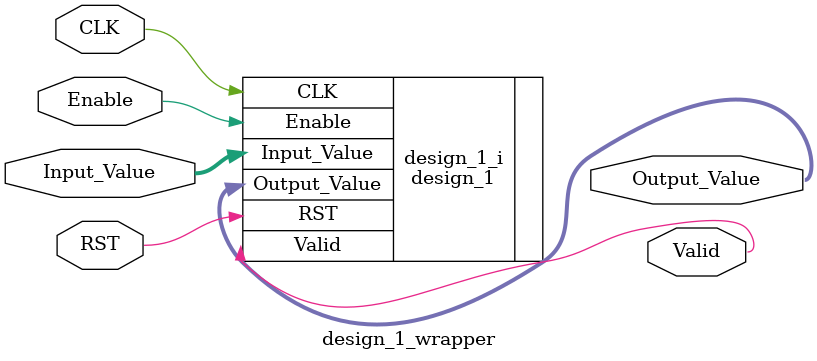
<source format=v>
`timescale 1 ps / 1 ps

module design_1_wrapper
   (CLK,
    Enable,
    Input_Value,
    Output_Value,
    RST,
    Valid);
  input CLK;
  input Enable;
  input [31:0]Input_Value;
  output [31:0]Output_Value;
  input RST;
  output Valid;

  wire CLK;
  wire Enable;
  wire [31:0]Input_Value;
  wire [31:0]Output_Value;
  wire RST;
  wire Valid;

  design_1 design_1_i
       (.CLK(CLK),
        .Enable(Enable),
        .Input_Value(Input_Value),
        .Output_Value(Output_Value),
        .RST(RST),
        .Valid(Valid));
endmodule

</source>
